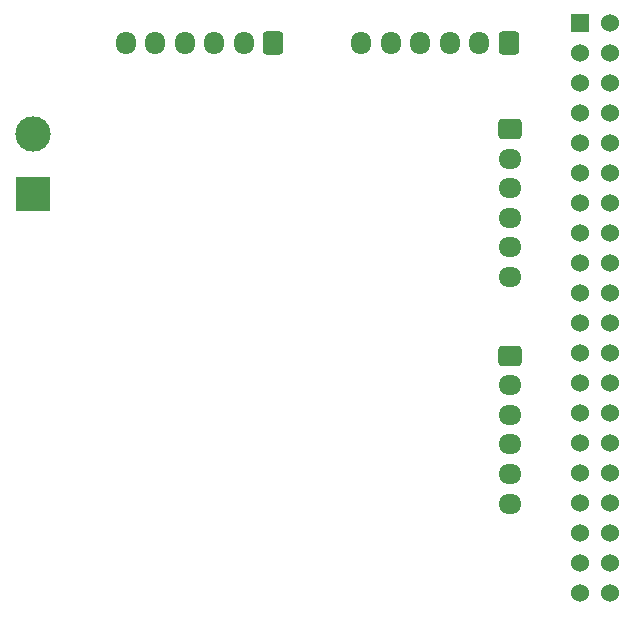
<source format=gbr>
%TF.GenerationSoftware,KiCad,Pcbnew,(6.0.9)*%
%TF.CreationDate,2023-02-22T10:58:03-06:00*%
%TF.ProjectId,shooting,73686f6f-7469-46e6-972e-6b696361645f,rev?*%
%TF.SameCoordinates,Original*%
%TF.FileFunction,Copper,L2,Bot*%
%TF.FilePolarity,Positive*%
%FSLAX46Y46*%
G04 Gerber Fmt 4.6, Leading zero omitted, Abs format (unit mm)*
G04 Created by KiCad (PCBNEW (6.0.9)) date 2023-02-22 10:58:03*
%MOMM*%
%LPD*%
G01*
G04 APERTURE LIST*
G04 Aperture macros list*
%AMRoundRect*
0 Rectangle with rounded corners*
0 $1 Rounding radius*
0 $2 $3 $4 $5 $6 $7 $8 $9 X,Y pos of 4 corners*
0 Add a 4 corners polygon primitive as box body*
4,1,4,$2,$3,$4,$5,$6,$7,$8,$9,$2,$3,0*
0 Add four circle primitives for the rounded corners*
1,1,$1+$1,$2,$3*
1,1,$1+$1,$4,$5*
1,1,$1+$1,$6,$7*
1,1,$1+$1,$8,$9*
0 Add four rect primitives between the rounded corners*
20,1,$1+$1,$2,$3,$4,$5,0*
20,1,$1+$1,$4,$5,$6,$7,0*
20,1,$1+$1,$6,$7,$8,$9,0*
20,1,$1+$1,$8,$9,$2,$3,0*%
G04 Aperture macros list end*
%TA.AperFunction,ComponentPad*%
%ADD10RoundRect,0.250000X0.600000X0.725000X-0.600000X0.725000X-0.600000X-0.725000X0.600000X-0.725000X0*%
%TD*%
%TA.AperFunction,ComponentPad*%
%ADD11O,1.700000X1.950000*%
%TD*%
%TA.AperFunction,ComponentPad*%
%ADD12R,1.530000X1.530000*%
%TD*%
%TA.AperFunction,ComponentPad*%
%ADD13C,1.530000*%
%TD*%
%TA.AperFunction,ComponentPad*%
%ADD14RoundRect,0.250000X-0.725000X0.600000X-0.725000X-0.600000X0.725000X-0.600000X0.725000X0.600000X0*%
%TD*%
%TA.AperFunction,ComponentPad*%
%ADD15O,1.950000X1.700000*%
%TD*%
%TA.AperFunction,ComponentPad*%
%ADD16R,3.000000X3.000000*%
%TD*%
%TA.AperFunction,ComponentPad*%
%ADD17C,3.000000*%
%TD*%
G04 APERTURE END LIST*
D10*
%TO.P,J6,1,Pin_1*%
%TO.N,+5V*%
X135155000Y-72030000D03*
D11*
%TO.P,J6,2,Pin_2*%
%TO.N,GND*%
X132655000Y-72030000D03*
%TO.P,J6,3,Pin_3*%
%TO.N,SDA*%
X130155000Y-72030000D03*
%TO.P,J6,4,Pin_4*%
%TO.N,SCL*%
X127655000Y-72030000D03*
%TO.P,J6,5,Pin_5*%
%TO.N,Interrupt*%
X125155000Y-72030000D03*
%TO.P,J6,6,Pin_6*%
%TO.N,GND*%
X122655000Y-72030000D03*
%TD*%
D10*
%TO.P,J3,1,Pin_1*%
%TO.N,GND*%
X115216000Y-72030000D03*
D11*
%TO.P,J3,2,Pin_2*%
%TO.N,+6V*%
X112716000Y-72030000D03*
%TO.P,J3,3,Pin_3*%
%TO.N,Servo1*%
X110216000Y-72030000D03*
%TO.P,J3,4,Pin_4*%
%TO.N,GND*%
X107716000Y-72030000D03*
%TO.P,J3,5,Pin_5*%
%TO.N,+6V*%
X105216000Y-72030000D03*
%TO.P,J3,6,Pin_6*%
%TO.N,Servo2*%
X102716000Y-72030000D03*
%TD*%
D12*
%TO.P,U1,1,3V3*%
%TO.N,Net-(U1-Pad1)*%
X141213000Y-70391000D03*
D13*
%TO.P,U1,2,5V0*%
%TO.N,+5V*%
X143753000Y-70391000D03*
%TO.P,U1,3,GPIO2/SDA1*%
%TO.N,SDA*%
X141213000Y-72931000D03*
%TO.P,U1,4,5V0*%
%TO.N,+5V*%
X143753000Y-72931000D03*
%TO.P,U1,5,GPIO3/SCL1*%
%TO.N,SCL*%
X141213000Y-75471000D03*
%TO.P,U1,6,GND*%
%TO.N,GND*%
X143753000Y-75471000D03*
%TO.P,U1,7,GPIO4/GPIO_GCLK*%
%TO.N,unconnected-(U1-Pad7)*%
X141213000Y-78011000D03*
%TO.P,U1,8,TXD0/GPIO14*%
%TO.N,unconnected-(U1-Pad8)*%
X143753000Y-78011000D03*
%TO.P,U1,9,GND*%
%TO.N,GND*%
X141213000Y-80551000D03*
%TO.P,U1,10,RXD0/GPIO15*%
%TO.N,unconnected-(U1-Pad10)*%
X143753000Y-80551000D03*
%TO.P,U1,11,GPIO17/GPIO_GEN0*%
%TO.N,Interrupt*%
X141213000Y-83091000D03*
%TO.P,U1,12,GPIO18/GPIO_GEN1*%
%TO.N,Servo1*%
X143753000Y-83091000D03*
%TO.P,U1,13,GPIO27/GPIO_GEN2*%
%TO.N,Servo2*%
X141213000Y-85631000D03*
%TO.P,U1,14,GND*%
%TO.N,GND*%
X143753000Y-85631000D03*
%TO.P,U1,15,GPIO22/GPIO_GEN3*%
%TO.N,Servo3*%
X141213000Y-88171000D03*
%TO.P,U1,16,GPIO23/GPIO_GEN4*%
%TO.N,unconnected-(U1-Pad16)*%
X143753000Y-88171000D03*
%TO.P,U1,17,3V3*%
%TO.N,Net-(U1-Pad1)*%
X141213000Y-90711000D03*
%TO.P,U1,18,GPIO24/GPIO_GEN5*%
%TO.N,unconnected-(U1-Pad18)*%
X143753000Y-90711000D03*
%TO.P,U1,19,GPIO10/SPI_MOSI*%
%TO.N,unconnected-(U1-Pad19)*%
X141213000Y-93251000D03*
%TO.P,U1,20,GND*%
%TO.N,GND*%
X143753000Y-93251000D03*
%TO.P,U1,21,GPIO9/SPI_MISO*%
%TO.N,unconnected-(U1-Pad21)*%
X141213000Y-95791000D03*
%TO.P,U1,22,GPIO25/GPIO_GEN6*%
%TO.N,unconnected-(U1-Pad22)*%
X143753000Y-95791000D03*
%TO.P,U1,23,GPIO11/SPI_SCLK*%
%TO.N,unconnected-(U1-Pad23)*%
X141213000Y-98331000D03*
%TO.P,U1,24,GPIO8/~{SPI_CE0}*%
%TO.N,unconnected-(U1-Pad24)*%
X143753000Y-98331000D03*
%TO.P,U1,25,GND*%
%TO.N,GND*%
X141213000Y-100871000D03*
%TO.P,U1,26,GPIO7/~{SPI_CE1}*%
%TO.N,unconnected-(U1-Pad26)*%
X143753000Y-100871000D03*
%TO.P,U1,27,ID_SD*%
%TO.N,unconnected-(U1-Pad27)*%
X141213000Y-103411000D03*
%TO.P,U1,28,ID_SC*%
%TO.N,unconnected-(U1-Pad28)*%
X143753000Y-103411000D03*
%TO.P,U1,29,GPIO5*%
%TO.N,Servo4*%
X141213000Y-105951000D03*
%TO.P,U1,30,GND*%
%TO.N,GND*%
X143753000Y-105951000D03*
%TO.P,U1,31,GPIO6*%
%TO.N,ESC1*%
X141213000Y-108491000D03*
%TO.P,U1,32,GPIO12*%
%TO.N,unconnected-(U1-Pad32)*%
X143753000Y-108491000D03*
%TO.P,U1,33,GPIO13*%
%TO.N,unconnected-(U1-Pad33)*%
X141213000Y-111031000D03*
%TO.P,U1,34,GND*%
%TO.N,GND*%
X143753000Y-111031000D03*
%TO.P,U1,35,GPIO19*%
%TO.N,unconnected-(U1-Pad35)*%
X141213000Y-113571000D03*
%TO.P,U1,36,GPIO16*%
%TO.N,unconnected-(U1-Pad36)*%
X143753000Y-113571000D03*
%TO.P,U1,37,GPIO26*%
%TO.N,ESC2*%
X141213000Y-116111000D03*
%TO.P,U1,38,GPIO20*%
%TO.N,unconnected-(U1-Pad38)*%
X143753000Y-116111000D03*
%TO.P,U1,39,GND*%
%TO.N,GND*%
X141213000Y-118651000D03*
%TO.P,U1,40,GPIO21*%
%TO.N,unconnected-(U1-Pad40)*%
X143753000Y-118651000D03*
%TD*%
D14*
%TO.P,J5,1,Pin_1*%
%TO.N,GND*%
X135255000Y-98552000D03*
D15*
%TO.P,J5,2,Pin_2*%
%TO.N,+5V*%
X135255000Y-101052000D03*
%TO.P,J5,3,Pin_3*%
%TO.N,ESC1*%
X135255000Y-103552000D03*
%TO.P,J5,4,Pin_4*%
%TO.N,GND*%
X135255000Y-106052000D03*
%TO.P,J5,5,Pin_5*%
%TO.N,+5V*%
X135255000Y-108552000D03*
%TO.P,J5,6,Pin_6*%
%TO.N,ESC2*%
X135255000Y-111052000D03*
%TD*%
D16*
%TO.P,J2,1,Pin_1*%
%TO.N,GND*%
X94869000Y-84836000D03*
D17*
%TO.P,J2,2,Pin_2*%
%TO.N,+6V*%
X94869000Y-79756000D03*
%TD*%
D14*
%TO.P,J4,1,Pin_1*%
%TO.N,GND*%
X135255000Y-79375000D03*
D15*
%TO.P,J4,2,Pin_2*%
%TO.N,+6V*%
X135255000Y-81875000D03*
%TO.P,J4,3,Pin_3*%
%TO.N,Servo3*%
X135255000Y-84375000D03*
%TO.P,J4,4,Pin_4*%
%TO.N,GND*%
X135255000Y-86875000D03*
%TO.P,J4,5,Pin_5*%
%TO.N,+6V*%
X135255000Y-89375000D03*
%TO.P,J4,6,Pin_6*%
%TO.N,Servo4*%
X135255000Y-91875000D03*
%TD*%
M02*

</source>
